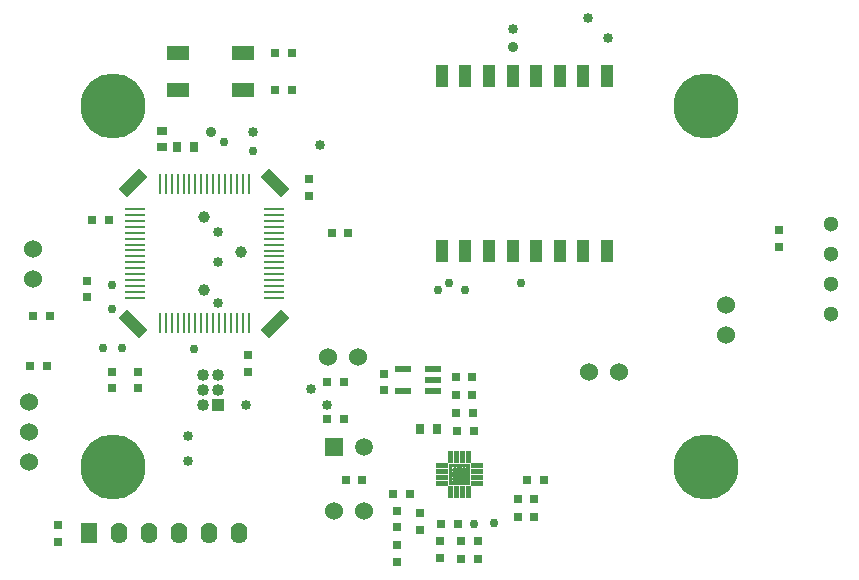
<source format=gts>
G04 Layer_Color=8388736*
%FSLAX25Y25*%
%MOIN*%
G70*
G01*
G75*
%ADD10R,0.03000X0.03000*%
%ADD11R,0.04134X0.07677*%
%ADD12R,0.07480X0.05118*%
%ADD13R,0.00866X0.06693*%
%ADD14R,0.06693X0.00866*%
G04:AMPARAMS|DCode=15|XSize=39.37mil|YSize=98.42mil|CornerRadius=0mil|HoleSize=0mil|Usage=FLASHONLY|Rotation=315.000|XOffset=0mil|YOffset=0mil|HoleType=Round|Shape=Rectangle|*
%AMROTATEDRECTD15*
4,1,4,-0.04872,-0.02088,0.02088,0.04872,0.04872,0.02088,-0.02088,-0.04872,-0.04872,-0.02088,0.0*
%
%ADD15ROTATEDRECTD15*%

G04:AMPARAMS|DCode=16|XSize=39.37mil|YSize=98.42mil|CornerRadius=0mil|HoleSize=0mil|Usage=FLASHONLY|Rotation=45.000|XOffset=0mil|YOffset=0mil|HoleType=Round|Shape=Rectangle|*
%AMROTATEDRECTD16*
4,1,4,0.02088,-0.04872,-0.04872,0.02088,-0.02088,0.04872,0.04872,-0.02088,0.02088,-0.04872,0.0*
%
%ADD16ROTATEDRECTD16*%

%ADD17R,0.03543X0.03150*%
%ADD18R,0.03000X0.03000*%
%ADD19R,0.03150X0.03543*%
%ADD21R,0.01102X0.03347*%
%ADD22R,0.03347X0.01102*%
%ADD23R,0.05200X0.02200*%
%ADD26C,0.06000*%
%ADD27C,0.05118*%
%ADD28C,0.05905*%
%ADD29R,0.05905X0.05905*%
%ADD30C,0.03937*%
%ADD31O,0.05500X0.07000*%
%ADD32R,0.05500X0.07000*%
%ADD33C,0.04000*%
%ADD34R,0.03862X0.03862*%
%ADD35C,0.21654*%
%ADD36C,0.02000*%
%ADD37C,0.03347*%
%ADD38C,0.03000*%
%ADD39C,0.03543*%
%ADD51R,0.00093X0.00093*%
G36*
X177587Y40108D02*
Y38533D01*
Y37008D01*
Y35433D01*
Y34174D01*
X170395D01*
Y35433D01*
Y37008D01*
Y38533D01*
Y40108D01*
Y41367D01*
X177587D01*
Y40108D01*
D02*
G37*
G36*
X181745Y33992D02*
X177851D01*
Y35643D01*
X181745D01*
Y33992D01*
D02*
G37*
G36*
Y35961D02*
X177851D01*
Y37611D01*
X181745D01*
Y35961D01*
D02*
G37*
G36*
X170131D02*
X166237D01*
Y37611D01*
X170131D01*
Y35961D01*
D02*
G37*
G36*
Y33992D02*
X166237D01*
Y35643D01*
X170131D01*
Y33992D01*
D02*
G37*
G36*
X173832Y30016D02*
X172181D01*
Y33911D01*
X173832D01*
Y30016D01*
D02*
G37*
G36*
X171863D02*
X170212D01*
Y33911D01*
X171863D01*
Y30016D01*
D02*
G37*
G36*
X177770D02*
X176119D01*
Y33911D01*
X177770D01*
Y30016D01*
D02*
G37*
G36*
X175801D02*
X174150D01*
Y33911D01*
X175801D01*
Y30016D01*
D02*
G37*
G36*
X170131Y37929D02*
X166237D01*
Y39580D01*
X170131D01*
Y37929D01*
D02*
G37*
G36*
X171863Y41630D02*
X170212D01*
Y45525D01*
X171863D01*
Y41630D01*
D02*
G37*
G36*
X181745Y39898D02*
X177851D01*
Y41548D01*
X181745D01*
Y39898D01*
D02*
G37*
G36*
X173832Y41630D02*
X172181D01*
Y45525D01*
X173832D01*
Y41630D01*
D02*
G37*
G36*
X177770D02*
X176119D01*
Y45525D01*
X177770D01*
Y41630D01*
D02*
G37*
G36*
X175801D02*
X174150D01*
Y45525D01*
X175801D01*
Y41630D01*
D02*
G37*
G36*
X170131Y39898D02*
X166237D01*
Y41548D01*
X170131D01*
Y39898D01*
D02*
G37*
G36*
X181745Y37929D02*
X177851D01*
Y39580D01*
X181745D01*
Y37929D01*
D02*
G37*
%LPC*%
G36*
X173228Y40108D02*
X171653D01*
Y38533D01*
X173228D01*
Y40108D01*
D02*
G37*
G36*
X176328Y37008D02*
X174753D01*
Y35433D01*
X176328D01*
Y37008D01*
D02*
G37*
G36*
Y40108D02*
X174753D01*
Y38533D01*
X176328D01*
Y40108D01*
D02*
G37*
G36*
X173228Y37008D02*
X171653D01*
Y35433D01*
X173228D01*
Y37008D01*
D02*
G37*
%LPD*%
D10*
X173234Y52362D02*
D03*
X178734D02*
D03*
X112604Y165748D02*
D03*
X118104D02*
D03*
X37396Y90551D02*
D03*
X31896D02*
D03*
X36411Y73779D02*
D03*
X30911D02*
D03*
X112604Y178347D02*
D03*
X118104D02*
D03*
X57081Y122441D02*
D03*
X51581D02*
D03*
X137002Y118110D02*
D03*
X131502D02*
D03*
X178512Y58341D02*
D03*
X173012D02*
D03*
X141569Y35866D02*
D03*
X136069D02*
D03*
X157474Y31102D02*
D03*
X151974D02*
D03*
X196634Y35900D02*
D03*
X202134D02*
D03*
X167894Y21334D02*
D03*
X173394D02*
D03*
X180087Y15428D02*
D03*
X174587D02*
D03*
X193484Y29601D02*
D03*
X198984D02*
D03*
X180087Y9522D02*
D03*
X174587D02*
D03*
X193484Y23696D02*
D03*
X198984D02*
D03*
X172841Y70079D02*
D03*
X178341D02*
D03*
X129927Y68504D02*
D03*
X135427D02*
D03*
Y56299D02*
D03*
X129927D02*
D03*
X178341Y64173D02*
D03*
X172841D02*
D03*
D11*
X168110Y112205D02*
D03*
X175984D02*
D03*
X183858D02*
D03*
X191732D02*
D03*
X199606D02*
D03*
X207480D02*
D03*
X215354D02*
D03*
X223228D02*
D03*
Y170473D02*
D03*
X215354D02*
D03*
X207480D02*
D03*
X199606D02*
D03*
X191732D02*
D03*
X183858D02*
D03*
X175984D02*
D03*
X168110D02*
D03*
D12*
X80118Y165748D02*
D03*
Y178347D02*
D03*
X101772D02*
D03*
Y165748D02*
D03*
D13*
X99789Y134652D02*
D03*
X97821D02*
D03*
X95852D02*
D03*
X93884D02*
D03*
X91915D02*
D03*
X86010D02*
D03*
X82073D02*
D03*
X80104D02*
D03*
X78136D02*
D03*
X76167D02*
D03*
X74199D02*
D03*
Y88183D02*
D03*
X76167D02*
D03*
X78136D02*
D03*
X80104D02*
D03*
X82073D02*
D03*
X84041D02*
D03*
X86010D02*
D03*
X87978D02*
D03*
X89947D02*
D03*
X91915D02*
D03*
X93884D02*
D03*
X95852D02*
D03*
X97821D02*
D03*
X99789D02*
D03*
X101758D02*
D03*
X103726Y88183D02*
D03*
X87978Y134652D02*
D03*
X84041D02*
D03*
X89947D02*
D03*
X101758D02*
D03*
X103726D02*
D03*
D14*
X65742Y126195D02*
D03*
Y124226D02*
D03*
Y122258D02*
D03*
Y120289D02*
D03*
Y118321D02*
D03*
Y116352D02*
D03*
Y114384D02*
D03*
Y112415D02*
D03*
Y110447D02*
D03*
Y108478D02*
D03*
Y106510D02*
D03*
Y104541D02*
D03*
Y98636D02*
D03*
Y96667D02*
D03*
X112211Y100577D02*
D03*
Y102545D02*
D03*
Y104514D02*
D03*
Y106482D02*
D03*
Y108451D02*
D03*
Y110419D02*
D03*
Y112388D02*
D03*
Y114356D02*
D03*
Y116325D02*
D03*
Y120262D02*
D03*
Y122230D02*
D03*
Y124199D02*
D03*
Y126167D02*
D03*
Y98608D02*
D03*
X65742Y102573D02*
D03*
Y100604D02*
D03*
X112211Y118293D02*
D03*
Y96640D02*
D03*
D15*
X112598Y87795D02*
D03*
X65354Y135039D02*
D03*
D16*
X112598D02*
D03*
X65354Y87795D02*
D03*
D17*
X74803Y146850D02*
D03*
Y152362D02*
D03*
D18*
X280433Y119128D02*
D03*
Y113628D02*
D03*
X50000Y96850D02*
D03*
Y102350D02*
D03*
X103543Y77553D02*
D03*
Y72053D02*
D03*
X40157Y15360D02*
D03*
Y20860D02*
D03*
X124016Y136209D02*
D03*
Y130709D02*
D03*
X66929Y66536D02*
D03*
Y72035D02*
D03*
X58268Y72041D02*
D03*
Y66541D02*
D03*
X160801Y24871D02*
D03*
Y19371D02*
D03*
X153228Y8667D02*
D03*
Y14167D02*
D03*
X167494Y9922D02*
D03*
Y15422D02*
D03*
X148819Y65754D02*
D03*
Y71254D02*
D03*
X153268Y20203D02*
D03*
Y25703D02*
D03*
D19*
X79921Y146850D02*
D03*
X85433D02*
D03*
X160984Y52756D02*
D03*
X166496D02*
D03*
D21*
X171037Y43578D02*
D03*
X173006D02*
D03*
X174975D02*
D03*
X176944D02*
D03*
Y31963D02*
D03*
X174975D02*
D03*
X173006D02*
D03*
X171037D02*
D03*
D22*
X179798Y40723D02*
D03*
Y38755D02*
D03*
Y36786D02*
D03*
Y34818D02*
D03*
X168184D02*
D03*
Y36786D02*
D03*
Y38755D02*
D03*
Y40723D02*
D03*
D23*
X155136Y65591D02*
D03*
Y72991D02*
D03*
X165336D02*
D03*
Y69291D02*
D03*
Y65591D02*
D03*
D26*
X130315Y76772D02*
D03*
X140315D02*
D03*
X227323Y72047D02*
D03*
X217323D02*
D03*
X30709Y61811D02*
D03*
Y51811D02*
D03*
Y41811D02*
D03*
X31890Y102992D02*
D03*
Y112992D02*
D03*
X262835Y84252D02*
D03*
Y94252D02*
D03*
X132283Y25591D02*
D03*
X142283D02*
D03*
D27*
X297992Y101181D02*
D03*
Y111181D02*
D03*
Y121181D02*
D03*
Y91181D02*
D03*
D28*
X142283Y46850D02*
D03*
D29*
X132283D02*
D03*
D30*
X88976Y99213D02*
D03*
Y123622D02*
D03*
X101181Y111811D02*
D03*
D31*
X100394Y18110D02*
D03*
X80394D02*
D03*
X60394D02*
D03*
X90394D02*
D03*
X70394D02*
D03*
D32*
X50394D02*
D03*
D33*
X93701Y70748D02*
D03*
Y65748D02*
D03*
X88701Y70748D02*
D03*
Y65748D02*
D03*
Y60748D02*
D03*
D34*
X93701D02*
D03*
D35*
X58661Y40354D02*
D03*
Y160433D02*
D03*
X256299Y40354D02*
D03*
Y160433D02*
D03*
D36*
X175541Y39320D02*
D03*
Y36220D02*
D03*
X172441Y39320D02*
D03*
Y36220D02*
D03*
D37*
X93701Y118504D02*
D03*
Y108661D02*
D03*
Y94882D02*
D03*
X129921Y61024D02*
D03*
X124409Y66142D02*
D03*
X191732Y186221D02*
D03*
X105118Y151969D02*
D03*
X127559Y147638D02*
D03*
X102795Y60748D02*
D03*
X223661Y183189D02*
D03*
X217047Y189803D02*
D03*
X83386Y42126D02*
D03*
X83465Y50512D02*
D03*
D38*
X55118Y79921D02*
D03*
X61417Y79921D02*
D03*
X175984Y99213D02*
D03*
X194488Y101575D02*
D03*
X170472D02*
D03*
X166929Y99213D02*
D03*
X85433Y79528D02*
D03*
X105118Y145669D02*
D03*
X58268Y92913D02*
D03*
Y100787D02*
D03*
X178911Y21334D02*
D03*
X95669Y148425D02*
D03*
X185433Y21654D02*
D03*
D39*
X91339Y151969D02*
D03*
X191732Y180315D02*
D03*
D51*
X173991Y37771D02*
D03*
M02*

</source>
